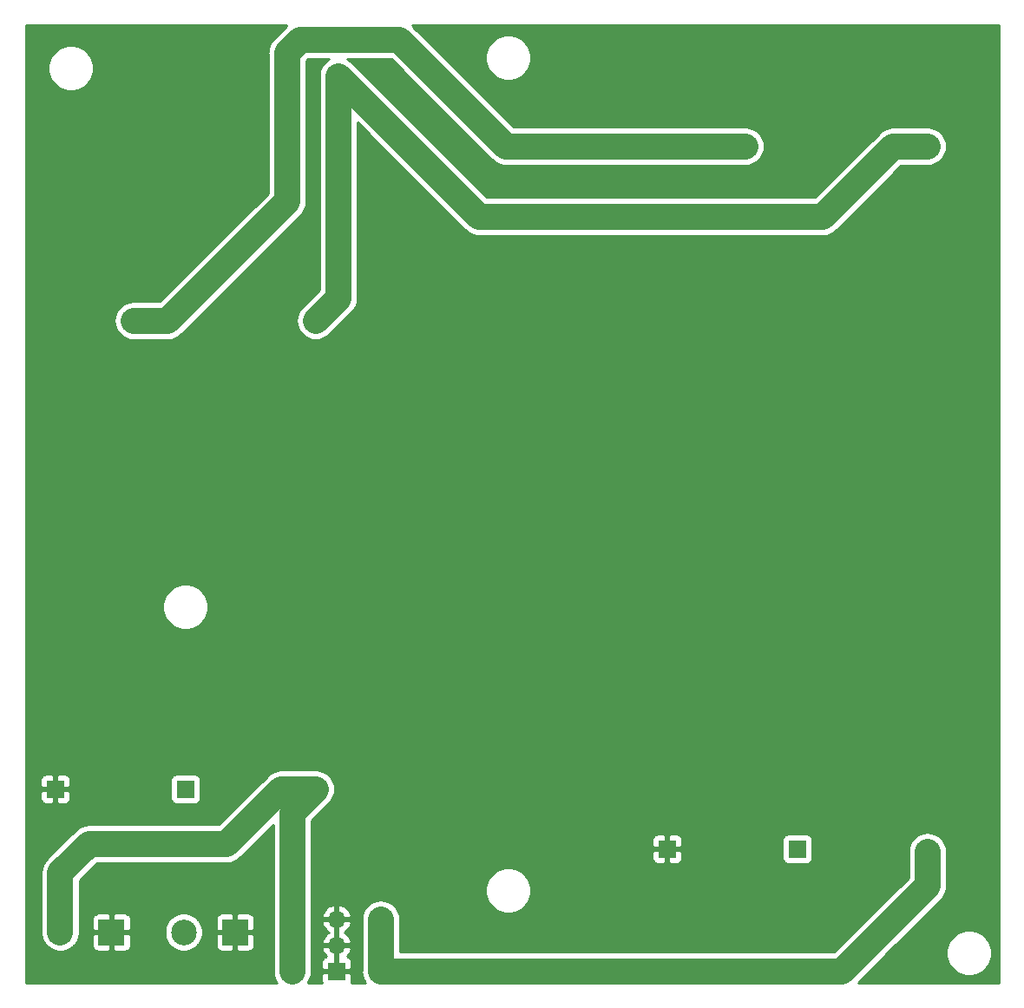
<source format=gbr>
G04 #@! TF.GenerationSoftware,KiCad,Pcbnew,(5.1.4)-1*
G04 #@! TF.CreationDate,2019-10-21T16:45:53-04:00*
G04 #@! TF.ProjectId,psu_board,7073755f-626f-4617-9264-2e6b69636164,rev?*
G04 #@! TF.SameCoordinates,Original*
G04 #@! TF.FileFunction,Copper,L1,Top*
G04 #@! TF.FilePolarity,Positive*
%FSLAX46Y46*%
G04 Gerber Fmt 4.6, Leading zero omitted, Abs format (unit mm)*
G04 Created by KiCad (PCBNEW (5.1.4)-1) date 2019-10-21 16:45:53*
%MOMM*%
%LPD*%
G04 APERTURE LIST*
%ADD10C,2.500000*%
%ADD11R,2.500000X2.500000*%
%ADD12O,1.700000X1.700000*%
%ADD13R,1.700000X1.700000*%
%ADD14C,2.500000*%
%ADD15C,0.254000*%
G04 APERTURE END LIST*
D10*
X157956000Y-152146000D03*
D11*
X162956000Y-152146000D03*
D10*
X170006000Y-152146000D03*
D11*
X175006000Y-152146000D03*
D12*
X180594000Y-155956000D03*
X180594000Y-153416000D03*
D13*
X180594000Y-150876000D03*
D12*
X189230000Y-155956000D03*
X189230000Y-153416000D03*
D13*
X189230000Y-150876000D03*
X229870000Y-144018000D03*
X170180000Y-138176000D03*
D10*
X185086000Y-68580000D03*
D11*
X180086000Y-68580000D03*
D13*
X242570000Y-75438000D03*
X224790000Y-75438000D03*
X182880000Y-92456000D03*
X165100000Y-92456000D03*
X217170000Y-144018000D03*
X242570000Y-144272000D03*
X157480000Y-138176000D03*
X182880000Y-138176000D03*
D12*
X184912000Y-150876000D03*
X184912000Y-153416000D03*
D13*
X184912000Y-155956000D03*
D14*
X180594000Y-140462000D02*
X182880000Y-138176000D01*
X180594000Y-155956000D02*
X180594000Y-140462000D01*
X157956000Y-146336000D02*
X157956000Y-152146000D01*
X160782000Y-143510000D02*
X157956000Y-146336000D01*
X174196000Y-143510000D02*
X160782000Y-143510000D01*
X182880000Y-138176000D02*
X179530000Y-138176000D01*
X179530000Y-138176000D02*
X174196000Y-143510000D01*
X190432081Y-155956000D02*
X189230000Y-155956000D01*
X234236000Y-155956000D02*
X190432081Y-155956000D01*
X242570000Y-147622000D02*
X234236000Y-155956000D01*
X242570000Y-144272000D02*
X242570000Y-147622000D01*
X189230000Y-155956000D02*
X189230000Y-150876000D01*
X168450000Y-92456000D02*
X165100000Y-92456000D01*
X180086000Y-80820000D02*
X168450000Y-92456000D01*
X180086000Y-68580000D02*
X180086000Y-80820000D01*
X224790000Y-75438000D02*
X201422000Y-75438000D01*
X201422000Y-75438000D02*
X191008000Y-65024000D01*
X191008000Y-65024000D02*
X181356000Y-65024000D01*
X181356000Y-65024000D02*
X180086000Y-66294000D01*
X180086000Y-66294000D02*
X180086000Y-68580000D01*
X185086000Y-68580000D02*
X198802000Y-82296000D01*
X239220000Y-75438000D02*
X242570000Y-75438000D01*
X232362000Y-82296000D02*
X239220000Y-75438000D01*
X198802000Y-82296000D02*
X232362000Y-82296000D01*
X185086000Y-90250000D02*
X182880000Y-92456000D01*
X185086000Y-68580000D02*
X185086000Y-90250000D01*
D15*
G36*
X180016655Y-63684655D02*
G01*
X179957630Y-63756577D01*
X178818582Y-64895626D01*
X178746655Y-64954655D01*
X178511097Y-65241683D01*
X178336061Y-65569153D01*
X178228275Y-65924477D01*
X178201000Y-66201404D01*
X178201000Y-66201411D01*
X178191881Y-66294000D01*
X178201000Y-66386590D01*
X178201000Y-67298804D01*
X178197928Y-67330000D01*
X178197928Y-69830000D01*
X178201000Y-69861193D01*
X178201001Y-80039206D01*
X167669208Y-90571000D01*
X165007403Y-90571000D01*
X164730476Y-90598275D01*
X164375152Y-90706061D01*
X164047683Y-90881097D01*
X163760655Y-91116655D01*
X163525097Y-91403683D01*
X163350061Y-91731152D01*
X163242275Y-92086476D01*
X163205880Y-92456000D01*
X163242275Y-92825524D01*
X163350061Y-93180848D01*
X163525097Y-93508317D01*
X163760655Y-93795345D01*
X164047683Y-94030903D01*
X164375152Y-94205939D01*
X164730476Y-94313725D01*
X165007403Y-94341000D01*
X168357411Y-94341000D01*
X168450000Y-94350119D01*
X168542589Y-94341000D01*
X168542597Y-94341000D01*
X168819524Y-94313725D01*
X169174848Y-94205939D01*
X169502317Y-94030903D01*
X169789345Y-93795345D01*
X169848374Y-93723418D01*
X181353423Y-82218370D01*
X181425345Y-82159345D01*
X181660903Y-81872317D01*
X181835939Y-81544848D01*
X181927296Y-81243683D01*
X181943725Y-81189525D01*
X181947197Y-81154268D01*
X181971000Y-80912597D01*
X181971000Y-80912590D01*
X181980119Y-80820001D01*
X181971000Y-80727412D01*
X181971000Y-69861192D01*
X181974072Y-69830000D01*
X181974072Y-67330000D01*
X181971000Y-67298808D01*
X181971000Y-67074792D01*
X182136793Y-66909000D01*
X184194407Y-66909000D01*
X184193118Y-66909534D01*
X184115739Y-66961237D01*
X184033683Y-67005097D01*
X183961761Y-67064122D01*
X183884382Y-67115825D01*
X183818577Y-67181630D01*
X183746655Y-67240655D01*
X183687630Y-67312577D01*
X183621825Y-67378382D01*
X183570122Y-67455761D01*
X183511097Y-67527683D01*
X183467238Y-67609738D01*
X183415534Y-67687118D01*
X183379919Y-67773100D01*
X183336061Y-67855153D01*
X183309054Y-67944184D01*
X183273439Y-68030166D01*
X183255283Y-68121444D01*
X183228275Y-68210477D01*
X183219155Y-68303070D01*
X183201000Y-68394344D01*
X183201000Y-68487411D01*
X183191881Y-68580000D01*
X183201000Y-68672589D01*
X183201001Y-89469206D01*
X181481628Y-91188580D01*
X181305098Y-91403683D01*
X181130062Y-91731152D01*
X181022275Y-92086476D01*
X180985881Y-92456000D01*
X181022275Y-92825524D01*
X181130062Y-93180848D01*
X181305098Y-93508317D01*
X181540655Y-93795345D01*
X181827683Y-94030902D01*
X182155152Y-94205938D01*
X182510476Y-94313725D01*
X182880000Y-94350119D01*
X183249524Y-94313725D01*
X183604848Y-94205938D01*
X183932317Y-94030902D01*
X184147420Y-93854372D01*
X186353423Y-91648370D01*
X186425345Y-91589345D01*
X186513837Y-91481518D01*
X186660902Y-91302318D01*
X186688062Y-91251506D01*
X186835939Y-90974848D01*
X186943725Y-90619524D01*
X186971000Y-90342597D01*
X186971000Y-90342588D01*
X186980119Y-90250001D01*
X186971000Y-90157414D01*
X186971000Y-73130792D01*
X197403630Y-83563423D01*
X197462655Y-83635345D01*
X197534577Y-83694370D01*
X197534579Y-83694372D01*
X197688049Y-83820321D01*
X197749683Y-83870903D01*
X198077152Y-84045939D01*
X198432476Y-84153725D01*
X198709403Y-84181000D01*
X198709412Y-84181000D01*
X198801999Y-84190119D01*
X198894586Y-84181000D01*
X232269411Y-84181000D01*
X232362000Y-84190119D01*
X232454589Y-84181000D01*
X232454597Y-84181000D01*
X232731524Y-84153725D01*
X233086848Y-84045939D01*
X233414317Y-83870903D01*
X233701345Y-83635345D01*
X233760374Y-83563418D01*
X240000793Y-77323000D01*
X242662597Y-77323000D01*
X242939524Y-77295725D01*
X243294848Y-77187939D01*
X243622317Y-77012903D01*
X243909345Y-76777345D01*
X244144903Y-76490317D01*
X244319939Y-76162848D01*
X244427725Y-75807524D01*
X244464120Y-75438000D01*
X244427725Y-75068476D01*
X244319939Y-74713152D01*
X244144903Y-74385683D01*
X243909345Y-74098655D01*
X243622317Y-73863097D01*
X243294848Y-73688061D01*
X242939524Y-73580275D01*
X242662597Y-73553000D01*
X239312597Y-73553000D01*
X239220000Y-73543880D01*
X239127403Y-73553000D01*
X238850476Y-73580275D01*
X238495152Y-73688061D01*
X238167683Y-73863097D01*
X237952579Y-74039628D01*
X237952577Y-74039630D01*
X237880655Y-74098655D01*
X237821630Y-74170577D01*
X231581208Y-80411000D01*
X199582793Y-80411000D01*
X186550177Y-67378385D01*
X186550175Y-67378382D01*
X186484370Y-67312577D01*
X186425345Y-67240655D01*
X186353423Y-67181630D01*
X186287618Y-67115825D01*
X186210239Y-67064122D01*
X186138317Y-67005097D01*
X186056262Y-66961238D01*
X185978882Y-66909534D01*
X185977593Y-66909000D01*
X190227208Y-66909000D01*
X200023628Y-76705421D01*
X200082655Y-76777345D01*
X200154577Y-76836370D01*
X200154579Y-76836372D01*
X200248940Y-76913812D01*
X200369683Y-77012903D01*
X200697152Y-77187939D01*
X200944689Y-77263028D01*
X201052475Y-77295725D01*
X201087732Y-77299197D01*
X201329403Y-77323000D01*
X201329410Y-77323000D01*
X201421999Y-77332119D01*
X201514588Y-77323000D01*
X224882597Y-77323000D01*
X225159524Y-77295725D01*
X225514848Y-77187939D01*
X225842317Y-77012903D01*
X226129345Y-76777345D01*
X226364903Y-76490317D01*
X226539939Y-76162848D01*
X226647725Y-75807524D01*
X226684120Y-75438000D01*
X226647725Y-75068476D01*
X226539939Y-74713152D01*
X226364903Y-74385683D01*
X226129345Y-74098655D01*
X225842317Y-73863097D01*
X225514848Y-73688061D01*
X225159524Y-73580275D01*
X224882597Y-73553000D01*
X202202793Y-73553000D01*
X195231665Y-66581872D01*
X199441000Y-66581872D01*
X199441000Y-67022128D01*
X199526890Y-67453925D01*
X199695369Y-67860669D01*
X199939962Y-68226729D01*
X200251271Y-68538038D01*
X200617331Y-68782631D01*
X201024075Y-68951110D01*
X201455872Y-69037000D01*
X201896128Y-69037000D01*
X202327925Y-68951110D01*
X202734669Y-68782631D01*
X203100729Y-68538038D01*
X203412038Y-68226729D01*
X203656631Y-67860669D01*
X203825110Y-67453925D01*
X203911000Y-67022128D01*
X203911000Y-66581872D01*
X203825110Y-66150075D01*
X203656631Y-65743331D01*
X203412038Y-65377271D01*
X203100729Y-65065962D01*
X202734669Y-64821369D01*
X202327925Y-64652890D01*
X201896128Y-64567000D01*
X201455872Y-64567000D01*
X201024075Y-64652890D01*
X200617331Y-64821369D01*
X200251271Y-65065962D01*
X199939962Y-65377271D01*
X199695369Y-65743331D01*
X199526890Y-66150075D01*
X199441000Y-66581872D01*
X195231665Y-66581872D01*
X192406374Y-63756582D01*
X192347345Y-63684655D01*
X192307555Y-63652000D01*
X249530001Y-63652000D01*
X249530000Y-67088418D01*
X249530001Y-67088428D01*
X249530000Y-157074000D01*
X235783792Y-157074000D01*
X238899920Y-153957872D01*
X244399000Y-153957872D01*
X244399000Y-154398128D01*
X244484890Y-154829925D01*
X244653369Y-155236669D01*
X244897962Y-155602729D01*
X245209271Y-155914038D01*
X245575331Y-156158631D01*
X245982075Y-156327110D01*
X246413872Y-156413000D01*
X246854128Y-156413000D01*
X247285925Y-156327110D01*
X247692669Y-156158631D01*
X248058729Y-155914038D01*
X248370038Y-155602729D01*
X248614631Y-155236669D01*
X248783110Y-154829925D01*
X248869000Y-154398128D01*
X248869000Y-153957872D01*
X248783110Y-153526075D01*
X248614631Y-153119331D01*
X248370038Y-152753271D01*
X248058729Y-152441962D01*
X247692669Y-152197369D01*
X247285925Y-152028890D01*
X246854128Y-151943000D01*
X246413872Y-151943000D01*
X245982075Y-152028890D01*
X245575331Y-152197369D01*
X245209271Y-152441962D01*
X244897962Y-152753271D01*
X244653369Y-153119331D01*
X244484890Y-153526075D01*
X244399000Y-153957872D01*
X238899920Y-153957872D01*
X243837423Y-149020370D01*
X243909345Y-148961345D01*
X244144903Y-148674317D01*
X244319939Y-148346848D01*
X244427725Y-147991524D01*
X244455000Y-147714597D01*
X244455000Y-147714589D01*
X244464119Y-147622000D01*
X244455000Y-147529411D01*
X244455000Y-144179403D01*
X244427725Y-143902476D01*
X244319939Y-143547152D01*
X244144903Y-143219683D01*
X243909345Y-142932655D01*
X243622317Y-142697097D01*
X243294847Y-142522061D01*
X242939523Y-142414275D01*
X242570000Y-142377880D01*
X242200476Y-142414275D01*
X241845152Y-142522061D01*
X241517683Y-142697097D01*
X241230655Y-142932655D01*
X240995097Y-143219683D01*
X240820061Y-143547153D01*
X240712275Y-143902477D01*
X240685000Y-144179404D01*
X240685001Y-146841206D01*
X233455208Y-154071000D01*
X191115000Y-154071000D01*
X191115000Y-150783403D01*
X191087725Y-150506476D01*
X190979939Y-150151152D01*
X190804903Y-149823683D01*
X190569345Y-149536655D01*
X190282317Y-149301097D01*
X189954848Y-149126061D01*
X189599524Y-149018275D01*
X189230000Y-148981880D01*
X188860477Y-149018275D01*
X188505153Y-149126061D01*
X188177684Y-149301097D01*
X187890656Y-149536655D01*
X187655098Y-149823683D01*
X187480062Y-150151152D01*
X187372276Y-150506476D01*
X187345001Y-150783403D01*
X187345000Y-155863403D01*
X187335880Y-155956000D01*
X187372275Y-156325524D01*
X187480061Y-156680848D01*
X187613493Y-156930482D01*
X187655097Y-157008317D01*
X187709002Y-157074000D01*
X186338770Y-157074000D01*
X186351502Y-157050180D01*
X186387812Y-156930482D01*
X186400072Y-156806000D01*
X186397000Y-156241750D01*
X186238250Y-156083000D01*
X185039000Y-156083000D01*
X185039000Y-156103000D01*
X184785000Y-156103000D01*
X184785000Y-156083000D01*
X183585750Y-156083000D01*
X183427000Y-156241750D01*
X183423928Y-156806000D01*
X183436188Y-156930482D01*
X183472498Y-157050180D01*
X183485230Y-157074000D01*
X182114998Y-157074000D01*
X182168903Y-157008317D01*
X182343939Y-156680848D01*
X182451725Y-156325524D01*
X182479000Y-156048597D01*
X182479000Y-155106000D01*
X183423928Y-155106000D01*
X183427000Y-155670250D01*
X183585750Y-155829000D01*
X184785000Y-155829000D01*
X184785000Y-153543000D01*
X185039000Y-153543000D01*
X185039000Y-155829000D01*
X186238250Y-155829000D01*
X186397000Y-155670250D01*
X186400072Y-155106000D01*
X186387812Y-154981518D01*
X186351502Y-154861820D01*
X186292537Y-154751506D01*
X186213185Y-154654815D01*
X186116494Y-154575463D01*
X186006180Y-154516498D01*
X185925534Y-154492034D01*
X186009588Y-154416269D01*
X186183641Y-154182920D01*
X186308825Y-153920099D01*
X186353476Y-153772890D01*
X186232155Y-153543000D01*
X185039000Y-153543000D01*
X184785000Y-153543000D01*
X183591845Y-153543000D01*
X183470524Y-153772890D01*
X183515175Y-153920099D01*
X183640359Y-154182920D01*
X183814412Y-154416269D01*
X183898466Y-154492034D01*
X183817820Y-154516498D01*
X183707506Y-154575463D01*
X183610815Y-154654815D01*
X183531463Y-154751506D01*
X183472498Y-154861820D01*
X183436188Y-154981518D01*
X183423928Y-155106000D01*
X182479000Y-155106000D01*
X182479000Y-151232890D01*
X183470524Y-151232890D01*
X183515175Y-151380099D01*
X183640359Y-151642920D01*
X183814412Y-151876269D01*
X184030645Y-152071178D01*
X184156255Y-152146000D01*
X184030645Y-152220822D01*
X183814412Y-152415731D01*
X183640359Y-152649080D01*
X183515175Y-152911901D01*
X183470524Y-153059110D01*
X183591845Y-153289000D01*
X184785000Y-153289000D01*
X184785000Y-151003000D01*
X185039000Y-151003000D01*
X185039000Y-153289000D01*
X186232155Y-153289000D01*
X186353476Y-153059110D01*
X186308825Y-152911901D01*
X186183641Y-152649080D01*
X186009588Y-152415731D01*
X185793355Y-152220822D01*
X185667745Y-152146000D01*
X185793355Y-152071178D01*
X186009588Y-151876269D01*
X186183641Y-151642920D01*
X186308825Y-151380099D01*
X186353476Y-151232890D01*
X186232155Y-151003000D01*
X185039000Y-151003000D01*
X184785000Y-151003000D01*
X183591845Y-151003000D01*
X183470524Y-151232890D01*
X182479000Y-151232890D01*
X182479000Y-150519110D01*
X183470524Y-150519110D01*
X183591845Y-150749000D01*
X184785000Y-150749000D01*
X184785000Y-149555186D01*
X185039000Y-149555186D01*
X185039000Y-150749000D01*
X186232155Y-150749000D01*
X186353476Y-150519110D01*
X186308825Y-150371901D01*
X186183641Y-150109080D01*
X186009588Y-149875731D01*
X185793355Y-149680822D01*
X185543252Y-149531843D01*
X185268891Y-149434519D01*
X185039000Y-149555186D01*
X184785000Y-149555186D01*
X184555109Y-149434519D01*
X184280748Y-149531843D01*
X184030645Y-149680822D01*
X183814412Y-149875731D01*
X183640359Y-150109080D01*
X183515175Y-150371901D01*
X183470524Y-150519110D01*
X182479000Y-150519110D01*
X182479000Y-147861872D01*
X199441000Y-147861872D01*
X199441000Y-148302128D01*
X199526890Y-148733925D01*
X199695369Y-149140669D01*
X199939962Y-149506729D01*
X200251271Y-149818038D01*
X200617331Y-150062631D01*
X201024075Y-150231110D01*
X201455872Y-150317000D01*
X201896128Y-150317000D01*
X202327925Y-150231110D01*
X202734669Y-150062631D01*
X203100729Y-149818038D01*
X203412038Y-149506729D01*
X203656631Y-149140669D01*
X203825110Y-148733925D01*
X203911000Y-148302128D01*
X203911000Y-147861872D01*
X203825110Y-147430075D01*
X203656631Y-147023331D01*
X203412038Y-146657271D01*
X203100729Y-146345962D01*
X202734669Y-146101369D01*
X202327925Y-145932890D01*
X201896128Y-145847000D01*
X201455872Y-145847000D01*
X201024075Y-145932890D01*
X200617331Y-146101369D01*
X200251271Y-146345962D01*
X199939962Y-146657271D01*
X199695369Y-147023331D01*
X199526890Y-147430075D01*
X199441000Y-147861872D01*
X182479000Y-147861872D01*
X182479000Y-144868000D01*
X215681928Y-144868000D01*
X215694188Y-144992482D01*
X215730498Y-145112180D01*
X215789463Y-145222494D01*
X215868815Y-145319185D01*
X215965506Y-145398537D01*
X216075820Y-145457502D01*
X216195518Y-145493812D01*
X216320000Y-145506072D01*
X216884250Y-145503000D01*
X217043000Y-145344250D01*
X217043000Y-144145000D01*
X217297000Y-144145000D01*
X217297000Y-145344250D01*
X217455750Y-145503000D01*
X218020000Y-145506072D01*
X218144482Y-145493812D01*
X218264180Y-145457502D01*
X218374494Y-145398537D01*
X218471185Y-145319185D01*
X218550537Y-145222494D01*
X218609502Y-145112180D01*
X218645812Y-144992482D01*
X218658072Y-144868000D01*
X218655000Y-144303750D01*
X218496250Y-144145000D01*
X217297000Y-144145000D01*
X217043000Y-144145000D01*
X215843750Y-144145000D01*
X215685000Y-144303750D01*
X215681928Y-144868000D01*
X182479000Y-144868000D01*
X182479000Y-143168000D01*
X215681928Y-143168000D01*
X215685000Y-143732250D01*
X215843750Y-143891000D01*
X217043000Y-143891000D01*
X217043000Y-142691750D01*
X217297000Y-142691750D01*
X217297000Y-143891000D01*
X218496250Y-143891000D01*
X218655000Y-143732250D01*
X218658072Y-143168000D01*
X228381928Y-143168000D01*
X228381928Y-144868000D01*
X228394188Y-144992482D01*
X228430498Y-145112180D01*
X228489463Y-145222494D01*
X228568815Y-145319185D01*
X228665506Y-145398537D01*
X228775820Y-145457502D01*
X228895518Y-145493812D01*
X229020000Y-145506072D01*
X230720000Y-145506072D01*
X230844482Y-145493812D01*
X230964180Y-145457502D01*
X231074494Y-145398537D01*
X231171185Y-145319185D01*
X231250537Y-145222494D01*
X231309502Y-145112180D01*
X231345812Y-144992482D01*
X231358072Y-144868000D01*
X231358072Y-143168000D01*
X231345812Y-143043518D01*
X231309502Y-142923820D01*
X231250537Y-142813506D01*
X231171185Y-142716815D01*
X231074494Y-142637463D01*
X230964180Y-142578498D01*
X230844482Y-142542188D01*
X230720000Y-142529928D01*
X229020000Y-142529928D01*
X228895518Y-142542188D01*
X228775820Y-142578498D01*
X228665506Y-142637463D01*
X228568815Y-142716815D01*
X228489463Y-142813506D01*
X228430498Y-142923820D01*
X228394188Y-143043518D01*
X228381928Y-143168000D01*
X218658072Y-143168000D01*
X218645812Y-143043518D01*
X218609502Y-142923820D01*
X218550537Y-142813506D01*
X218471185Y-142716815D01*
X218374494Y-142637463D01*
X218264180Y-142578498D01*
X218144482Y-142542188D01*
X218020000Y-142529928D01*
X217455750Y-142533000D01*
X217297000Y-142691750D01*
X217043000Y-142691750D01*
X216884250Y-142533000D01*
X216320000Y-142529928D01*
X216195518Y-142542188D01*
X216075820Y-142578498D01*
X215965506Y-142637463D01*
X215868815Y-142716815D01*
X215789463Y-142813506D01*
X215730498Y-142923820D01*
X215694188Y-143043518D01*
X215681928Y-143168000D01*
X182479000Y-143168000D01*
X182479000Y-141242792D01*
X184147423Y-139574370D01*
X184219345Y-139515345D01*
X184330015Y-139380494D01*
X184454902Y-139228318D01*
X184454903Y-139228317D01*
X184629939Y-138900848D01*
X184737725Y-138545524D01*
X184774120Y-138176000D01*
X184737725Y-137806476D01*
X184629939Y-137451152D01*
X184454903Y-137123683D01*
X184219345Y-136836655D01*
X183932317Y-136601097D01*
X183604848Y-136426061D01*
X183249524Y-136318275D01*
X182972597Y-136291000D01*
X182972586Y-136291000D01*
X182879999Y-136281881D01*
X182787412Y-136291000D01*
X179622586Y-136291000D01*
X179529999Y-136281881D01*
X179437412Y-136291000D01*
X179437403Y-136291000D01*
X179160476Y-136318275D01*
X178805152Y-136426061D01*
X178477683Y-136601097D01*
X178477681Y-136601098D01*
X178477682Y-136601098D01*
X178262579Y-136777628D01*
X178262577Y-136777630D01*
X178190655Y-136836655D01*
X178131630Y-136908577D01*
X173415208Y-141625000D01*
X160874597Y-141625000D01*
X160782000Y-141615880D01*
X160412476Y-141652275D01*
X160057151Y-141760061D01*
X159729683Y-141935097D01*
X159442655Y-142170655D01*
X159383628Y-142242580D01*
X156688582Y-144937626D01*
X156616655Y-144996655D01*
X156381097Y-145283683D01*
X156206061Y-145611153D01*
X156098275Y-145966477D01*
X156071000Y-146243404D01*
X156071000Y-146243411D01*
X156061881Y-146336000D01*
X156071000Y-146428589D01*
X156071001Y-151960339D01*
X156071000Y-151960344D01*
X156071000Y-152331656D01*
X156089157Y-152422939D01*
X156098276Y-152515524D01*
X156125282Y-152604550D01*
X156143439Y-152695834D01*
X156179056Y-152781822D01*
X156206062Y-152870848D01*
X156249917Y-152952895D01*
X156285534Y-153038882D01*
X156337242Y-153116269D01*
X156381098Y-153198317D01*
X156440118Y-153270233D01*
X156491825Y-153347618D01*
X156557636Y-153413429D01*
X156616656Y-153485345D01*
X156688572Y-153544365D01*
X156754382Y-153610175D01*
X156831766Y-153661881D01*
X156903684Y-153720903D01*
X156985735Y-153764760D01*
X157063118Y-153816466D01*
X157149101Y-153852081D01*
X157231153Y-153895939D01*
X157320184Y-153922946D01*
X157406166Y-153958561D01*
X157497444Y-153976717D01*
X157586477Y-154003725D01*
X157679071Y-154012845D01*
X157770344Y-154031000D01*
X157863403Y-154031000D01*
X157956000Y-154040120D01*
X158048597Y-154031000D01*
X158141656Y-154031000D01*
X158232929Y-154012845D01*
X158325524Y-154003725D01*
X158414559Y-153976717D01*
X158505834Y-153958561D01*
X158591813Y-153922947D01*
X158680848Y-153895939D01*
X158762903Y-153852080D01*
X158848882Y-153816466D01*
X158926261Y-153764763D01*
X159008317Y-153720903D01*
X159080239Y-153661878D01*
X159157618Y-153610175D01*
X159223423Y-153544370D01*
X159295345Y-153485345D01*
X159354370Y-153413423D01*
X159371793Y-153396000D01*
X161067928Y-153396000D01*
X161080188Y-153520482D01*
X161116498Y-153640180D01*
X161175463Y-153750494D01*
X161254815Y-153847185D01*
X161351506Y-153926537D01*
X161461820Y-153985502D01*
X161581518Y-154021812D01*
X161706000Y-154034072D01*
X162670250Y-154031000D01*
X162829000Y-153872250D01*
X162829000Y-152273000D01*
X163083000Y-152273000D01*
X163083000Y-153872250D01*
X163241750Y-154031000D01*
X164206000Y-154034072D01*
X164330482Y-154021812D01*
X164450180Y-153985502D01*
X164560494Y-153926537D01*
X164657185Y-153847185D01*
X164736537Y-153750494D01*
X164795502Y-153640180D01*
X164831812Y-153520482D01*
X164844072Y-153396000D01*
X164841000Y-152431750D01*
X164682250Y-152273000D01*
X163083000Y-152273000D01*
X162829000Y-152273000D01*
X161229750Y-152273000D01*
X161071000Y-152431750D01*
X161067928Y-153396000D01*
X159371793Y-153396000D01*
X159420175Y-153347618D01*
X159471878Y-153270239D01*
X159530903Y-153198317D01*
X159574763Y-153116261D01*
X159626466Y-153038882D01*
X159662080Y-152952903D01*
X159705939Y-152870848D01*
X159732947Y-152781813D01*
X159768561Y-152695834D01*
X159786717Y-152604559D01*
X159813725Y-152515524D01*
X159822845Y-152422929D01*
X159841000Y-152331656D01*
X159841000Y-150896000D01*
X161067928Y-150896000D01*
X161071000Y-151860250D01*
X161229750Y-152019000D01*
X162829000Y-152019000D01*
X162829000Y-150419750D01*
X163083000Y-150419750D01*
X163083000Y-152019000D01*
X164682250Y-152019000D01*
X164740906Y-151960344D01*
X168121000Y-151960344D01*
X168121000Y-152331656D01*
X168193439Y-152695834D01*
X168335534Y-153038882D01*
X168541825Y-153347618D01*
X168804382Y-153610175D01*
X169113118Y-153816466D01*
X169456166Y-153958561D01*
X169820344Y-154031000D01*
X170191656Y-154031000D01*
X170555834Y-153958561D01*
X170898882Y-153816466D01*
X171207618Y-153610175D01*
X171421793Y-153396000D01*
X173117928Y-153396000D01*
X173130188Y-153520482D01*
X173166498Y-153640180D01*
X173225463Y-153750494D01*
X173304815Y-153847185D01*
X173401506Y-153926537D01*
X173511820Y-153985502D01*
X173631518Y-154021812D01*
X173756000Y-154034072D01*
X174720250Y-154031000D01*
X174879000Y-153872250D01*
X174879000Y-152273000D01*
X175133000Y-152273000D01*
X175133000Y-153872250D01*
X175291750Y-154031000D01*
X176256000Y-154034072D01*
X176380482Y-154021812D01*
X176500180Y-153985502D01*
X176610494Y-153926537D01*
X176707185Y-153847185D01*
X176786537Y-153750494D01*
X176845502Y-153640180D01*
X176881812Y-153520482D01*
X176894072Y-153396000D01*
X176891000Y-152431750D01*
X176732250Y-152273000D01*
X175133000Y-152273000D01*
X174879000Y-152273000D01*
X173279750Y-152273000D01*
X173121000Y-152431750D01*
X173117928Y-153396000D01*
X171421793Y-153396000D01*
X171470175Y-153347618D01*
X171676466Y-153038882D01*
X171818561Y-152695834D01*
X171891000Y-152331656D01*
X171891000Y-151960344D01*
X171818561Y-151596166D01*
X171676466Y-151253118D01*
X171470175Y-150944382D01*
X171421793Y-150896000D01*
X173117928Y-150896000D01*
X173121000Y-151860250D01*
X173279750Y-152019000D01*
X174879000Y-152019000D01*
X174879000Y-150419750D01*
X175133000Y-150419750D01*
X175133000Y-152019000D01*
X176732250Y-152019000D01*
X176891000Y-151860250D01*
X176894072Y-150896000D01*
X176881812Y-150771518D01*
X176845502Y-150651820D01*
X176786537Y-150541506D01*
X176707185Y-150444815D01*
X176610494Y-150365463D01*
X176500180Y-150306498D01*
X176380482Y-150270188D01*
X176256000Y-150257928D01*
X175291750Y-150261000D01*
X175133000Y-150419750D01*
X174879000Y-150419750D01*
X174720250Y-150261000D01*
X173756000Y-150257928D01*
X173631518Y-150270188D01*
X173511820Y-150306498D01*
X173401506Y-150365463D01*
X173304815Y-150444815D01*
X173225463Y-150541506D01*
X173166498Y-150651820D01*
X173130188Y-150771518D01*
X173117928Y-150896000D01*
X171421793Y-150896000D01*
X171207618Y-150681825D01*
X170898882Y-150475534D01*
X170555834Y-150333439D01*
X170191656Y-150261000D01*
X169820344Y-150261000D01*
X169456166Y-150333439D01*
X169113118Y-150475534D01*
X168804382Y-150681825D01*
X168541825Y-150944382D01*
X168335534Y-151253118D01*
X168193439Y-151596166D01*
X168121000Y-151960344D01*
X164740906Y-151960344D01*
X164841000Y-151860250D01*
X164844072Y-150896000D01*
X164831812Y-150771518D01*
X164795502Y-150651820D01*
X164736537Y-150541506D01*
X164657185Y-150444815D01*
X164560494Y-150365463D01*
X164450180Y-150306498D01*
X164330482Y-150270188D01*
X164206000Y-150257928D01*
X163241750Y-150261000D01*
X163083000Y-150419750D01*
X162829000Y-150419750D01*
X162670250Y-150261000D01*
X161706000Y-150257928D01*
X161581518Y-150270188D01*
X161461820Y-150306498D01*
X161351506Y-150365463D01*
X161254815Y-150444815D01*
X161175463Y-150541506D01*
X161116498Y-150651820D01*
X161080188Y-150771518D01*
X161067928Y-150896000D01*
X159841000Y-150896000D01*
X159841000Y-147116792D01*
X161562792Y-145395000D01*
X174103411Y-145395000D01*
X174196000Y-145404119D01*
X174288589Y-145395000D01*
X174288597Y-145395000D01*
X174565524Y-145367725D01*
X174920848Y-145259939D01*
X175248317Y-145084903D01*
X175535345Y-144849345D01*
X175594374Y-144777418D01*
X178709001Y-141662792D01*
X178709000Y-156048596D01*
X178736275Y-156325523D01*
X178844061Y-156680847D01*
X179019097Y-157008317D01*
X179073002Y-157074000D01*
X154584000Y-157074000D01*
X154584000Y-139026000D01*
X155991928Y-139026000D01*
X156004188Y-139150482D01*
X156040498Y-139270180D01*
X156099463Y-139380494D01*
X156178815Y-139477185D01*
X156275506Y-139556537D01*
X156385820Y-139615502D01*
X156505518Y-139651812D01*
X156630000Y-139664072D01*
X157194250Y-139661000D01*
X157353000Y-139502250D01*
X157353000Y-138303000D01*
X157607000Y-138303000D01*
X157607000Y-139502250D01*
X157765750Y-139661000D01*
X158330000Y-139664072D01*
X158454482Y-139651812D01*
X158574180Y-139615502D01*
X158684494Y-139556537D01*
X158781185Y-139477185D01*
X158860537Y-139380494D01*
X158919502Y-139270180D01*
X158955812Y-139150482D01*
X158968072Y-139026000D01*
X158965000Y-138461750D01*
X158806250Y-138303000D01*
X157607000Y-138303000D01*
X157353000Y-138303000D01*
X156153750Y-138303000D01*
X155995000Y-138461750D01*
X155991928Y-139026000D01*
X154584000Y-139026000D01*
X154584000Y-137326000D01*
X155991928Y-137326000D01*
X155995000Y-137890250D01*
X156153750Y-138049000D01*
X157353000Y-138049000D01*
X157353000Y-136849750D01*
X157607000Y-136849750D01*
X157607000Y-138049000D01*
X158806250Y-138049000D01*
X158965000Y-137890250D01*
X158968072Y-137326000D01*
X168691928Y-137326000D01*
X168691928Y-139026000D01*
X168704188Y-139150482D01*
X168740498Y-139270180D01*
X168799463Y-139380494D01*
X168878815Y-139477185D01*
X168975506Y-139556537D01*
X169085820Y-139615502D01*
X169205518Y-139651812D01*
X169330000Y-139664072D01*
X171030000Y-139664072D01*
X171154482Y-139651812D01*
X171274180Y-139615502D01*
X171384494Y-139556537D01*
X171481185Y-139477185D01*
X171560537Y-139380494D01*
X171619502Y-139270180D01*
X171655812Y-139150482D01*
X171668072Y-139026000D01*
X171668072Y-137326000D01*
X171655812Y-137201518D01*
X171619502Y-137081820D01*
X171560537Y-136971506D01*
X171481185Y-136874815D01*
X171384494Y-136795463D01*
X171274180Y-136736498D01*
X171154482Y-136700188D01*
X171030000Y-136687928D01*
X169330000Y-136687928D01*
X169205518Y-136700188D01*
X169085820Y-136736498D01*
X168975506Y-136795463D01*
X168878815Y-136874815D01*
X168799463Y-136971506D01*
X168740498Y-137081820D01*
X168704188Y-137201518D01*
X168691928Y-137326000D01*
X158968072Y-137326000D01*
X158955812Y-137201518D01*
X158919502Y-137081820D01*
X158860537Y-136971506D01*
X158781185Y-136874815D01*
X158684494Y-136795463D01*
X158574180Y-136736498D01*
X158454482Y-136700188D01*
X158330000Y-136687928D01*
X157765750Y-136691000D01*
X157607000Y-136849750D01*
X157353000Y-136849750D01*
X157194250Y-136691000D01*
X156630000Y-136687928D01*
X156505518Y-136700188D01*
X156385820Y-136736498D01*
X156275506Y-136795463D01*
X156178815Y-136874815D01*
X156099463Y-136971506D01*
X156040498Y-137081820D01*
X156004188Y-137201518D01*
X155991928Y-137326000D01*
X154584000Y-137326000D01*
X154584000Y-120175872D01*
X167945000Y-120175872D01*
X167945000Y-120616128D01*
X168030890Y-121047925D01*
X168199369Y-121454669D01*
X168443962Y-121820729D01*
X168755271Y-122132038D01*
X169121331Y-122376631D01*
X169528075Y-122545110D01*
X169959872Y-122631000D01*
X170400128Y-122631000D01*
X170831925Y-122545110D01*
X171238669Y-122376631D01*
X171604729Y-122132038D01*
X171916038Y-121820729D01*
X172160631Y-121454669D01*
X172329110Y-121047925D01*
X172415000Y-120616128D01*
X172415000Y-120175872D01*
X172329110Y-119744075D01*
X172160631Y-119337331D01*
X171916038Y-118971271D01*
X171604729Y-118659962D01*
X171238669Y-118415369D01*
X170831925Y-118246890D01*
X170400128Y-118161000D01*
X169959872Y-118161000D01*
X169528075Y-118246890D01*
X169121331Y-118415369D01*
X168755271Y-118659962D01*
X168443962Y-118971271D01*
X168199369Y-119337331D01*
X168030890Y-119744075D01*
X167945000Y-120175872D01*
X154584000Y-120175872D01*
X154584000Y-67597872D01*
X156769000Y-67597872D01*
X156769000Y-68038128D01*
X156854890Y-68469925D01*
X157023369Y-68876669D01*
X157267962Y-69242729D01*
X157579271Y-69554038D01*
X157945331Y-69798631D01*
X158352075Y-69967110D01*
X158783872Y-70053000D01*
X159224128Y-70053000D01*
X159655925Y-69967110D01*
X160062669Y-69798631D01*
X160428729Y-69554038D01*
X160740038Y-69242729D01*
X160984631Y-68876669D01*
X161153110Y-68469925D01*
X161239000Y-68038128D01*
X161239000Y-67597872D01*
X161153110Y-67166075D01*
X160984631Y-66759331D01*
X160740038Y-66393271D01*
X160428729Y-66081962D01*
X160062669Y-65837369D01*
X159655925Y-65668890D01*
X159224128Y-65583000D01*
X158783872Y-65583000D01*
X158352075Y-65668890D01*
X157945331Y-65837369D01*
X157579271Y-66081962D01*
X157267962Y-66393271D01*
X157023369Y-66759331D01*
X156854890Y-67166075D01*
X156769000Y-67597872D01*
X154584000Y-67597872D01*
X154584000Y-63652000D01*
X180056445Y-63652000D01*
X180016655Y-63684655D01*
X180016655Y-63684655D01*
G37*
X180016655Y-63684655D02*
X179957630Y-63756577D01*
X178818582Y-64895626D01*
X178746655Y-64954655D01*
X178511097Y-65241683D01*
X178336061Y-65569153D01*
X178228275Y-65924477D01*
X178201000Y-66201404D01*
X178201000Y-66201411D01*
X178191881Y-66294000D01*
X178201000Y-66386590D01*
X178201000Y-67298804D01*
X178197928Y-67330000D01*
X178197928Y-69830000D01*
X178201000Y-69861193D01*
X178201001Y-80039206D01*
X167669208Y-90571000D01*
X165007403Y-90571000D01*
X164730476Y-90598275D01*
X164375152Y-90706061D01*
X164047683Y-90881097D01*
X163760655Y-91116655D01*
X163525097Y-91403683D01*
X163350061Y-91731152D01*
X163242275Y-92086476D01*
X163205880Y-92456000D01*
X163242275Y-92825524D01*
X163350061Y-93180848D01*
X163525097Y-93508317D01*
X163760655Y-93795345D01*
X164047683Y-94030903D01*
X164375152Y-94205939D01*
X164730476Y-94313725D01*
X165007403Y-94341000D01*
X168357411Y-94341000D01*
X168450000Y-94350119D01*
X168542589Y-94341000D01*
X168542597Y-94341000D01*
X168819524Y-94313725D01*
X169174848Y-94205939D01*
X169502317Y-94030903D01*
X169789345Y-93795345D01*
X169848374Y-93723418D01*
X181353423Y-82218370D01*
X181425345Y-82159345D01*
X181660903Y-81872317D01*
X181835939Y-81544848D01*
X181927296Y-81243683D01*
X181943725Y-81189525D01*
X181947197Y-81154268D01*
X181971000Y-80912597D01*
X181971000Y-80912590D01*
X181980119Y-80820001D01*
X181971000Y-80727412D01*
X181971000Y-69861192D01*
X181974072Y-69830000D01*
X181974072Y-67330000D01*
X181971000Y-67298808D01*
X181971000Y-67074792D01*
X182136793Y-66909000D01*
X184194407Y-66909000D01*
X184193118Y-66909534D01*
X184115739Y-66961237D01*
X184033683Y-67005097D01*
X183961761Y-67064122D01*
X183884382Y-67115825D01*
X183818577Y-67181630D01*
X183746655Y-67240655D01*
X183687630Y-67312577D01*
X183621825Y-67378382D01*
X183570122Y-67455761D01*
X183511097Y-67527683D01*
X183467238Y-67609738D01*
X183415534Y-67687118D01*
X183379919Y-67773100D01*
X183336061Y-67855153D01*
X183309054Y-67944184D01*
X183273439Y-68030166D01*
X183255283Y-68121444D01*
X183228275Y-68210477D01*
X183219155Y-68303070D01*
X183201000Y-68394344D01*
X183201000Y-68487411D01*
X183191881Y-68580000D01*
X183201000Y-68672589D01*
X183201001Y-89469206D01*
X181481628Y-91188580D01*
X181305098Y-91403683D01*
X181130062Y-91731152D01*
X181022275Y-92086476D01*
X180985881Y-92456000D01*
X181022275Y-92825524D01*
X181130062Y-93180848D01*
X181305098Y-93508317D01*
X181540655Y-93795345D01*
X181827683Y-94030902D01*
X182155152Y-94205938D01*
X182510476Y-94313725D01*
X182880000Y-94350119D01*
X183249524Y-94313725D01*
X183604848Y-94205938D01*
X183932317Y-94030902D01*
X184147420Y-93854372D01*
X186353423Y-91648370D01*
X186425345Y-91589345D01*
X186513837Y-91481518D01*
X186660902Y-91302318D01*
X186688062Y-91251506D01*
X186835939Y-90974848D01*
X186943725Y-90619524D01*
X186971000Y-90342597D01*
X186971000Y-90342588D01*
X186980119Y-90250001D01*
X186971000Y-90157414D01*
X186971000Y-73130792D01*
X197403630Y-83563423D01*
X197462655Y-83635345D01*
X197534577Y-83694370D01*
X197534579Y-83694372D01*
X197688049Y-83820321D01*
X197749683Y-83870903D01*
X198077152Y-84045939D01*
X198432476Y-84153725D01*
X198709403Y-84181000D01*
X198709412Y-84181000D01*
X198801999Y-84190119D01*
X198894586Y-84181000D01*
X232269411Y-84181000D01*
X232362000Y-84190119D01*
X232454589Y-84181000D01*
X232454597Y-84181000D01*
X232731524Y-84153725D01*
X233086848Y-84045939D01*
X233414317Y-83870903D01*
X233701345Y-83635345D01*
X233760374Y-83563418D01*
X240000793Y-77323000D01*
X242662597Y-77323000D01*
X242939524Y-77295725D01*
X243294848Y-77187939D01*
X243622317Y-77012903D01*
X243909345Y-76777345D01*
X244144903Y-76490317D01*
X244319939Y-76162848D01*
X244427725Y-75807524D01*
X244464120Y-75438000D01*
X244427725Y-75068476D01*
X244319939Y-74713152D01*
X244144903Y-74385683D01*
X243909345Y-74098655D01*
X243622317Y-73863097D01*
X243294848Y-73688061D01*
X242939524Y-73580275D01*
X242662597Y-73553000D01*
X239312597Y-73553000D01*
X239220000Y-73543880D01*
X239127403Y-73553000D01*
X238850476Y-73580275D01*
X238495152Y-73688061D01*
X238167683Y-73863097D01*
X237952579Y-74039628D01*
X237952577Y-74039630D01*
X237880655Y-74098655D01*
X237821630Y-74170577D01*
X231581208Y-80411000D01*
X199582793Y-80411000D01*
X186550177Y-67378385D01*
X186550175Y-67378382D01*
X186484370Y-67312577D01*
X186425345Y-67240655D01*
X186353423Y-67181630D01*
X186287618Y-67115825D01*
X186210239Y-67064122D01*
X186138317Y-67005097D01*
X186056262Y-66961238D01*
X185978882Y-66909534D01*
X185977593Y-66909000D01*
X190227208Y-66909000D01*
X200023628Y-76705421D01*
X200082655Y-76777345D01*
X200154577Y-76836370D01*
X200154579Y-76836372D01*
X200248940Y-76913812D01*
X200369683Y-77012903D01*
X200697152Y-77187939D01*
X200944689Y-77263028D01*
X201052475Y-77295725D01*
X201087732Y-77299197D01*
X201329403Y-77323000D01*
X201329410Y-77323000D01*
X201421999Y-77332119D01*
X201514588Y-77323000D01*
X224882597Y-77323000D01*
X225159524Y-77295725D01*
X225514848Y-77187939D01*
X225842317Y-77012903D01*
X226129345Y-76777345D01*
X226364903Y-76490317D01*
X226539939Y-76162848D01*
X226647725Y-75807524D01*
X226684120Y-75438000D01*
X226647725Y-75068476D01*
X226539939Y-74713152D01*
X226364903Y-74385683D01*
X226129345Y-74098655D01*
X225842317Y-73863097D01*
X225514848Y-73688061D01*
X225159524Y-73580275D01*
X224882597Y-73553000D01*
X202202793Y-73553000D01*
X195231665Y-66581872D01*
X199441000Y-66581872D01*
X199441000Y-67022128D01*
X199526890Y-67453925D01*
X199695369Y-67860669D01*
X199939962Y-68226729D01*
X200251271Y-68538038D01*
X200617331Y-68782631D01*
X201024075Y-68951110D01*
X201455872Y-69037000D01*
X201896128Y-69037000D01*
X202327925Y-68951110D01*
X202734669Y-68782631D01*
X203100729Y-68538038D01*
X203412038Y-68226729D01*
X203656631Y-67860669D01*
X203825110Y-67453925D01*
X203911000Y-67022128D01*
X203911000Y-66581872D01*
X203825110Y-66150075D01*
X203656631Y-65743331D01*
X203412038Y-65377271D01*
X203100729Y-65065962D01*
X202734669Y-64821369D01*
X202327925Y-64652890D01*
X201896128Y-64567000D01*
X201455872Y-64567000D01*
X201024075Y-64652890D01*
X200617331Y-64821369D01*
X200251271Y-65065962D01*
X199939962Y-65377271D01*
X199695369Y-65743331D01*
X199526890Y-66150075D01*
X199441000Y-66581872D01*
X195231665Y-66581872D01*
X192406374Y-63756582D01*
X192347345Y-63684655D01*
X192307555Y-63652000D01*
X249530001Y-63652000D01*
X249530000Y-67088418D01*
X249530001Y-67088428D01*
X249530000Y-157074000D01*
X235783792Y-157074000D01*
X238899920Y-153957872D01*
X244399000Y-153957872D01*
X244399000Y-154398128D01*
X244484890Y-154829925D01*
X244653369Y-155236669D01*
X244897962Y-155602729D01*
X245209271Y-155914038D01*
X245575331Y-156158631D01*
X245982075Y-156327110D01*
X246413872Y-156413000D01*
X246854128Y-156413000D01*
X247285925Y-156327110D01*
X247692669Y-156158631D01*
X248058729Y-155914038D01*
X248370038Y-155602729D01*
X248614631Y-155236669D01*
X248783110Y-154829925D01*
X248869000Y-154398128D01*
X248869000Y-153957872D01*
X248783110Y-153526075D01*
X248614631Y-153119331D01*
X248370038Y-152753271D01*
X248058729Y-152441962D01*
X247692669Y-152197369D01*
X247285925Y-152028890D01*
X246854128Y-151943000D01*
X246413872Y-151943000D01*
X245982075Y-152028890D01*
X245575331Y-152197369D01*
X245209271Y-152441962D01*
X244897962Y-152753271D01*
X244653369Y-153119331D01*
X244484890Y-153526075D01*
X244399000Y-153957872D01*
X238899920Y-153957872D01*
X243837423Y-149020370D01*
X243909345Y-148961345D01*
X244144903Y-148674317D01*
X244319939Y-148346848D01*
X244427725Y-147991524D01*
X244455000Y-147714597D01*
X244455000Y-147714589D01*
X244464119Y-147622000D01*
X244455000Y-147529411D01*
X244455000Y-144179403D01*
X244427725Y-143902476D01*
X244319939Y-143547152D01*
X244144903Y-143219683D01*
X243909345Y-142932655D01*
X243622317Y-142697097D01*
X243294847Y-142522061D01*
X242939523Y-142414275D01*
X242570000Y-142377880D01*
X242200476Y-142414275D01*
X241845152Y-142522061D01*
X241517683Y-142697097D01*
X241230655Y-142932655D01*
X240995097Y-143219683D01*
X240820061Y-143547153D01*
X240712275Y-143902477D01*
X240685000Y-144179404D01*
X240685001Y-146841206D01*
X233455208Y-154071000D01*
X191115000Y-154071000D01*
X191115000Y-150783403D01*
X191087725Y-150506476D01*
X190979939Y-150151152D01*
X190804903Y-149823683D01*
X190569345Y-149536655D01*
X190282317Y-149301097D01*
X189954848Y-149126061D01*
X189599524Y-149018275D01*
X189230000Y-148981880D01*
X188860477Y-149018275D01*
X188505153Y-149126061D01*
X188177684Y-149301097D01*
X187890656Y-149536655D01*
X187655098Y-149823683D01*
X187480062Y-150151152D01*
X187372276Y-150506476D01*
X187345001Y-150783403D01*
X187345000Y-155863403D01*
X187335880Y-155956000D01*
X187372275Y-156325524D01*
X187480061Y-156680848D01*
X187613493Y-156930482D01*
X187655097Y-157008317D01*
X187709002Y-157074000D01*
X186338770Y-157074000D01*
X186351502Y-157050180D01*
X186387812Y-156930482D01*
X186400072Y-156806000D01*
X186397000Y-156241750D01*
X186238250Y-156083000D01*
X185039000Y-156083000D01*
X185039000Y-156103000D01*
X184785000Y-156103000D01*
X184785000Y-156083000D01*
X183585750Y-156083000D01*
X183427000Y-156241750D01*
X183423928Y-156806000D01*
X183436188Y-156930482D01*
X183472498Y-157050180D01*
X183485230Y-157074000D01*
X182114998Y-157074000D01*
X182168903Y-157008317D01*
X182343939Y-156680848D01*
X182451725Y-156325524D01*
X182479000Y-156048597D01*
X182479000Y-155106000D01*
X183423928Y-155106000D01*
X183427000Y-155670250D01*
X183585750Y-155829000D01*
X184785000Y-155829000D01*
X184785000Y-153543000D01*
X185039000Y-153543000D01*
X185039000Y-155829000D01*
X186238250Y-155829000D01*
X186397000Y-155670250D01*
X186400072Y-155106000D01*
X186387812Y-154981518D01*
X186351502Y-154861820D01*
X186292537Y-154751506D01*
X186213185Y-154654815D01*
X186116494Y-154575463D01*
X186006180Y-154516498D01*
X185925534Y-154492034D01*
X186009588Y-154416269D01*
X186183641Y-154182920D01*
X186308825Y-153920099D01*
X186353476Y-153772890D01*
X186232155Y-153543000D01*
X185039000Y-153543000D01*
X184785000Y-153543000D01*
X183591845Y-153543000D01*
X183470524Y-153772890D01*
X183515175Y-153920099D01*
X183640359Y-154182920D01*
X183814412Y-154416269D01*
X183898466Y-154492034D01*
X183817820Y-154516498D01*
X183707506Y-154575463D01*
X183610815Y-154654815D01*
X183531463Y-154751506D01*
X183472498Y-154861820D01*
X183436188Y-154981518D01*
X183423928Y-155106000D01*
X182479000Y-155106000D01*
X182479000Y-151232890D01*
X183470524Y-151232890D01*
X183515175Y-151380099D01*
X183640359Y-151642920D01*
X183814412Y-151876269D01*
X184030645Y-152071178D01*
X184156255Y-152146000D01*
X184030645Y-152220822D01*
X183814412Y-152415731D01*
X183640359Y-152649080D01*
X183515175Y-152911901D01*
X183470524Y-153059110D01*
X183591845Y-153289000D01*
X184785000Y-153289000D01*
X184785000Y-151003000D01*
X185039000Y-151003000D01*
X185039000Y-153289000D01*
X186232155Y-153289000D01*
X186353476Y-153059110D01*
X186308825Y-152911901D01*
X186183641Y-152649080D01*
X186009588Y-152415731D01*
X185793355Y-152220822D01*
X185667745Y-152146000D01*
X185793355Y-152071178D01*
X186009588Y-151876269D01*
X186183641Y-151642920D01*
X186308825Y-151380099D01*
X186353476Y-151232890D01*
X186232155Y-151003000D01*
X185039000Y-151003000D01*
X184785000Y-151003000D01*
X183591845Y-151003000D01*
X183470524Y-151232890D01*
X182479000Y-151232890D01*
X182479000Y-150519110D01*
X183470524Y-150519110D01*
X183591845Y-150749000D01*
X184785000Y-150749000D01*
X184785000Y-149555186D01*
X185039000Y-149555186D01*
X185039000Y-150749000D01*
X186232155Y-150749000D01*
X186353476Y-150519110D01*
X186308825Y-150371901D01*
X186183641Y-150109080D01*
X186009588Y-149875731D01*
X185793355Y-149680822D01*
X185543252Y-149531843D01*
X185268891Y-149434519D01*
X185039000Y-149555186D01*
X184785000Y-149555186D01*
X184555109Y-149434519D01*
X184280748Y-149531843D01*
X184030645Y-149680822D01*
X183814412Y-149875731D01*
X183640359Y-150109080D01*
X183515175Y-150371901D01*
X183470524Y-150519110D01*
X182479000Y-150519110D01*
X182479000Y-147861872D01*
X199441000Y-147861872D01*
X199441000Y-148302128D01*
X199526890Y-148733925D01*
X199695369Y-149140669D01*
X199939962Y-149506729D01*
X200251271Y-149818038D01*
X200617331Y-150062631D01*
X201024075Y-150231110D01*
X201455872Y-150317000D01*
X201896128Y-150317000D01*
X202327925Y-150231110D01*
X202734669Y-150062631D01*
X203100729Y-149818038D01*
X203412038Y-149506729D01*
X203656631Y-149140669D01*
X203825110Y-148733925D01*
X203911000Y-148302128D01*
X203911000Y-147861872D01*
X203825110Y-147430075D01*
X203656631Y-147023331D01*
X203412038Y-146657271D01*
X203100729Y-146345962D01*
X202734669Y-146101369D01*
X202327925Y-145932890D01*
X201896128Y-145847000D01*
X201455872Y-145847000D01*
X201024075Y-145932890D01*
X200617331Y-146101369D01*
X200251271Y-146345962D01*
X199939962Y-146657271D01*
X199695369Y-147023331D01*
X199526890Y-147430075D01*
X199441000Y-147861872D01*
X182479000Y-147861872D01*
X182479000Y-144868000D01*
X215681928Y-144868000D01*
X215694188Y-144992482D01*
X215730498Y-145112180D01*
X215789463Y-145222494D01*
X215868815Y-145319185D01*
X215965506Y-145398537D01*
X216075820Y-145457502D01*
X216195518Y-145493812D01*
X216320000Y-145506072D01*
X216884250Y-145503000D01*
X217043000Y-145344250D01*
X217043000Y-144145000D01*
X217297000Y-144145000D01*
X217297000Y-145344250D01*
X217455750Y-145503000D01*
X218020000Y-145506072D01*
X218144482Y-145493812D01*
X218264180Y-145457502D01*
X218374494Y-145398537D01*
X218471185Y-145319185D01*
X218550537Y-145222494D01*
X218609502Y-145112180D01*
X218645812Y-144992482D01*
X218658072Y-144868000D01*
X218655000Y-144303750D01*
X218496250Y-144145000D01*
X217297000Y-144145000D01*
X217043000Y-144145000D01*
X215843750Y-144145000D01*
X215685000Y-144303750D01*
X215681928Y-144868000D01*
X182479000Y-144868000D01*
X182479000Y-143168000D01*
X215681928Y-143168000D01*
X215685000Y-143732250D01*
X215843750Y-143891000D01*
X217043000Y-143891000D01*
X217043000Y-142691750D01*
X217297000Y-142691750D01*
X217297000Y-143891000D01*
X218496250Y-143891000D01*
X218655000Y-143732250D01*
X218658072Y-143168000D01*
X228381928Y-143168000D01*
X228381928Y-144868000D01*
X228394188Y-144992482D01*
X228430498Y-145112180D01*
X228489463Y-145222494D01*
X228568815Y-145319185D01*
X228665506Y-145398537D01*
X228775820Y-145457502D01*
X228895518Y-145493812D01*
X229020000Y-145506072D01*
X230720000Y-145506072D01*
X230844482Y-145493812D01*
X230964180Y-145457502D01*
X231074494Y-145398537D01*
X231171185Y-145319185D01*
X231250537Y-145222494D01*
X231309502Y-145112180D01*
X231345812Y-144992482D01*
X231358072Y-144868000D01*
X231358072Y-143168000D01*
X231345812Y-143043518D01*
X231309502Y-142923820D01*
X231250537Y-142813506D01*
X231171185Y-142716815D01*
X231074494Y-142637463D01*
X230964180Y-142578498D01*
X230844482Y-142542188D01*
X230720000Y-142529928D01*
X229020000Y-142529928D01*
X228895518Y-142542188D01*
X228775820Y-142578498D01*
X228665506Y-142637463D01*
X228568815Y-142716815D01*
X228489463Y-142813506D01*
X228430498Y-142923820D01*
X228394188Y-143043518D01*
X228381928Y-143168000D01*
X218658072Y-143168000D01*
X218645812Y-143043518D01*
X218609502Y-142923820D01*
X218550537Y-142813506D01*
X218471185Y-142716815D01*
X218374494Y-142637463D01*
X218264180Y-142578498D01*
X218144482Y-142542188D01*
X218020000Y-142529928D01*
X217455750Y-142533000D01*
X217297000Y-142691750D01*
X217043000Y-142691750D01*
X216884250Y-142533000D01*
X216320000Y-142529928D01*
X216195518Y-142542188D01*
X216075820Y-142578498D01*
X215965506Y-142637463D01*
X215868815Y-142716815D01*
X215789463Y-142813506D01*
X215730498Y-142923820D01*
X215694188Y-143043518D01*
X215681928Y-143168000D01*
X182479000Y-143168000D01*
X182479000Y-141242792D01*
X184147423Y-139574370D01*
X184219345Y-139515345D01*
X184330015Y-139380494D01*
X184454902Y-139228318D01*
X184454903Y-139228317D01*
X184629939Y-138900848D01*
X184737725Y-138545524D01*
X184774120Y-138176000D01*
X184737725Y-137806476D01*
X184629939Y-137451152D01*
X184454903Y-137123683D01*
X184219345Y-136836655D01*
X183932317Y-136601097D01*
X183604848Y-136426061D01*
X183249524Y-136318275D01*
X182972597Y-136291000D01*
X182972586Y-136291000D01*
X182879999Y-136281881D01*
X182787412Y-136291000D01*
X179622586Y-136291000D01*
X179529999Y-136281881D01*
X179437412Y-136291000D01*
X179437403Y-136291000D01*
X179160476Y-136318275D01*
X178805152Y-136426061D01*
X178477683Y-136601097D01*
X178477681Y-136601098D01*
X178477682Y-136601098D01*
X178262579Y-136777628D01*
X178262577Y-136777630D01*
X178190655Y-136836655D01*
X178131630Y-136908577D01*
X173415208Y-141625000D01*
X160874597Y-141625000D01*
X160782000Y-141615880D01*
X160412476Y-141652275D01*
X160057151Y-141760061D01*
X159729683Y-141935097D01*
X159442655Y-142170655D01*
X159383628Y-142242580D01*
X156688582Y-144937626D01*
X156616655Y-144996655D01*
X156381097Y-145283683D01*
X156206061Y-145611153D01*
X156098275Y-145966477D01*
X156071000Y-146243404D01*
X156071000Y-146243411D01*
X156061881Y-146336000D01*
X156071000Y-146428589D01*
X156071001Y-151960339D01*
X156071000Y-151960344D01*
X156071000Y-152331656D01*
X156089157Y-152422939D01*
X156098276Y-152515524D01*
X156125282Y-152604550D01*
X156143439Y-152695834D01*
X156179056Y-152781822D01*
X156206062Y-152870848D01*
X156249917Y-152952895D01*
X156285534Y-153038882D01*
X156337242Y-153116269D01*
X156381098Y-153198317D01*
X156440118Y-153270233D01*
X156491825Y-153347618D01*
X156557636Y-153413429D01*
X156616656Y-153485345D01*
X156688572Y-153544365D01*
X156754382Y-153610175D01*
X156831766Y-153661881D01*
X156903684Y-153720903D01*
X156985735Y-153764760D01*
X157063118Y-153816466D01*
X157149101Y-153852081D01*
X157231153Y-153895939D01*
X157320184Y-153922946D01*
X157406166Y-153958561D01*
X157497444Y-153976717D01*
X157586477Y-154003725D01*
X157679071Y-154012845D01*
X157770344Y-154031000D01*
X157863403Y-154031000D01*
X157956000Y-154040120D01*
X158048597Y-154031000D01*
X158141656Y-154031000D01*
X158232929Y-154012845D01*
X158325524Y-154003725D01*
X158414559Y-153976717D01*
X158505834Y-153958561D01*
X158591813Y-153922947D01*
X158680848Y-153895939D01*
X158762903Y-153852080D01*
X158848882Y-153816466D01*
X158926261Y-153764763D01*
X159008317Y-153720903D01*
X159080239Y-153661878D01*
X159157618Y-153610175D01*
X159223423Y-153544370D01*
X159295345Y-153485345D01*
X159354370Y-153413423D01*
X159371793Y-153396000D01*
X161067928Y-153396000D01*
X161080188Y-153520482D01*
X161116498Y-153640180D01*
X161175463Y-153750494D01*
X161254815Y-153847185D01*
X161351506Y-153926537D01*
X161461820Y-153985502D01*
X161581518Y-154021812D01*
X161706000Y-154034072D01*
X162670250Y-154031000D01*
X162829000Y-153872250D01*
X162829000Y-152273000D01*
X163083000Y-152273000D01*
X163083000Y-153872250D01*
X163241750Y-154031000D01*
X164206000Y-154034072D01*
X164330482Y-154021812D01*
X164450180Y-153985502D01*
X164560494Y-153926537D01*
X164657185Y-153847185D01*
X164736537Y-153750494D01*
X164795502Y-153640180D01*
X164831812Y-153520482D01*
X164844072Y-153396000D01*
X164841000Y-152431750D01*
X164682250Y-152273000D01*
X163083000Y-152273000D01*
X162829000Y-152273000D01*
X161229750Y-152273000D01*
X161071000Y-152431750D01*
X161067928Y-153396000D01*
X159371793Y-153396000D01*
X159420175Y-153347618D01*
X159471878Y-153270239D01*
X159530903Y-153198317D01*
X159574763Y-153116261D01*
X159626466Y-153038882D01*
X159662080Y-152952903D01*
X159705939Y-152870848D01*
X159732947Y-152781813D01*
X159768561Y-152695834D01*
X159786717Y-152604559D01*
X159813725Y-152515524D01*
X159822845Y-152422929D01*
X159841000Y-152331656D01*
X159841000Y-150896000D01*
X161067928Y-150896000D01*
X161071000Y-151860250D01*
X161229750Y-152019000D01*
X162829000Y-152019000D01*
X162829000Y-150419750D01*
X163083000Y-150419750D01*
X163083000Y-152019000D01*
X164682250Y-152019000D01*
X164740906Y-151960344D01*
X168121000Y-151960344D01*
X168121000Y-152331656D01*
X168193439Y-152695834D01*
X168335534Y-153038882D01*
X168541825Y-153347618D01*
X168804382Y-153610175D01*
X169113118Y-153816466D01*
X169456166Y-153958561D01*
X169820344Y-154031000D01*
X170191656Y-154031000D01*
X170555834Y-153958561D01*
X170898882Y-153816466D01*
X171207618Y-153610175D01*
X171421793Y-153396000D01*
X173117928Y-153396000D01*
X173130188Y-153520482D01*
X173166498Y-153640180D01*
X173225463Y-153750494D01*
X173304815Y-153847185D01*
X173401506Y-153926537D01*
X173511820Y-153985502D01*
X173631518Y-154021812D01*
X173756000Y-154034072D01*
X174720250Y-154031000D01*
X174879000Y-153872250D01*
X174879000Y-152273000D01*
X175133000Y-152273000D01*
X175133000Y-153872250D01*
X175291750Y-154031000D01*
X176256000Y-154034072D01*
X176380482Y-154021812D01*
X176500180Y-153985502D01*
X176610494Y-153926537D01*
X176707185Y-153847185D01*
X176786537Y-153750494D01*
X176845502Y-153640180D01*
X176881812Y-153520482D01*
X176894072Y-153396000D01*
X176891000Y-152431750D01*
X176732250Y-152273000D01*
X175133000Y-152273000D01*
X174879000Y-152273000D01*
X173279750Y-152273000D01*
X173121000Y-152431750D01*
X173117928Y-153396000D01*
X171421793Y-153396000D01*
X171470175Y-153347618D01*
X171676466Y-153038882D01*
X171818561Y-152695834D01*
X171891000Y-152331656D01*
X171891000Y-151960344D01*
X171818561Y-151596166D01*
X171676466Y-151253118D01*
X171470175Y-150944382D01*
X171421793Y-150896000D01*
X173117928Y-150896000D01*
X173121000Y-151860250D01*
X173279750Y-152019000D01*
X174879000Y-152019000D01*
X174879000Y-150419750D01*
X175133000Y-150419750D01*
X175133000Y-152019000D01*
X176732250Y-152019000D01*
X176891000Y-151860250D01*
X176894072Y-150896000D01*
X176881812Y-150771518D01*
X176845502Y-150651820D01*
X176786537Y-150541506D01*
X176707185Y-150444815D01*
X176610494Y-150365463D01*
X176500180Y-150306498D01*
X176380482Y-150270188D01*
X176256000Y-150257928D01*
X175291750Y-150261000D01*
X175133000Y-150419750D01*
X174879000Y-150419750D01*
X174720250Y-150261000D01*
X173756000Y-150257928D01*
X173631518Y-150270188D01*
X173511820Y-150306498D01*
X173401506Y-150365463D01*
X173304815Y-150444815D01*
X173225463Y-150541506D01*
X173166498Y-150651820D01*
X173130188Y-150771518D01*
X173117928Y-150896000D01*
X171421793Y-150896000D01*
X171207618Y-150681825D01*
X170898882Y-150475534D01*
X170555834Y-150333439D01*
X170191656Y-150261000D01*
X169820344Y-150261000D01*
X169456166Y-150333439D01*
X169113118Y-150475534D01*
X168804382Y-150681825D01*
X168541825Y-150944382D01*
X168335534Y-151253118D01*
X168193439Y-151596166D01*
X168121000Y-151960344D01*
X164740906Y-151960344D01*
X164841000Y-151860250D01*
X164844072Y-150896000D01*
X164831812Y-150771518D01*
X164795502Y-150651820D01*
X164736537Y-150541506D01*
X164657185Y-150444815D01*
X164560494Y-150365463D01*
X164450180Y-150306498D01*
X164330482Y-150270188D01*
X164206000Y-150257928D01*
X163241750Y-150261000D01*
X163083000Y-150419750D01*
X162829000Y-150419750D01*
X162670250Y-150261000D01*
X161706000Y-150257928D01*
X161581518Y-150270188D01*
X161461820Y-150306498D01*
X161351506Y-150365463D01*
X161254815Y-150444815D01*
X161175463Y-150541506D01*
X161116498Y-150651820D01*
X161080188Y-150771518D01*
X161067928Y-150896000D01*
X159841000Y-150896000D01*
X159841000Y-147116792D01*
X161562792Y-145395000D01*
X174103411Y-145395000D01*
X174196000Y-145404119D01*
X174288589Y-145395000D01*
X174288597Y-145395000D01*
X174565524Y-145367725D01*
X174920848Y-145259939D01*
X175248317Y-145084903D01*
X175535345Y-144849345D01*
X175594374Y-144777418D01*
X178709001Y-141662792D01*
X178709000Y-156048596D01*
X178736275Y-156325523D01*
X178844061Y-156680847D01*
X179019097Y-157008317D01*
X179073002Y-157074000D01*
X154584000Y-157074000D01*
X154584000Y-139026000D01*
X155991928Y-139026000D01*
X156004188Y-139150482D01*
X156040498Y-139270180D01*
X156099463Y-139380494D01*
X156178815Y-139477185D01*
X156275506Y-139556537D01*
X156385820Y-139615502D01*
X156505518Y-139651812D01*
X156630000Y-139664072D01*
X157194250Y-139661000D01*
X157353000Y-139502250D01*
X157353000Y-138303000D01*
X157607000Y-138303000D01*
X157607000Y-139502250D01*
X157765750Y-139661000D01*
X158330000Y-139664072D01*
X158454482Y-139651812D01*
X158574180Y-139615502D01*
X158684494Y-139556537D01*
X158781185Y-139477185D01*
X158860537Y-139380494D01*
X158919502Y-139270180D01*
X158955812Y-139150482D01*
X158968072Y-139026000D01*
X158965000Y-138461750D01*
X158806250Y-138303000D01*
X157607000Y-138303000D01*
X157353000Y-138303000D01*
X156153750Y-138303000D01*
X155995000Y-138461750D01*
X155991928Y-139026000D01*
X154584000Y-139026000D01*
X154584000Y-137326000D01*
X155991928Y-137326000D01*
X155995000Y-137890250D01*
X156153750Y-138049000D01*
X157353000Y-138049000D01*
X157353000Y-136849750D01*
X157607000Y-136849750D01*
X157607000Y-138049000D01*
X158806250Y-138049000D01*
X158965000Y-137890250D01*
X158968072Y-137326000D01*
X168691928Y-137326000D01*
X168691928Y-139026000D01*
X168704188Y-139150482D01*
X168740498Y-139270180D01*
X168799463Y-139380494D01*
X168878815Y-139477185D01*
X168975506Y-139556537D01*
X169085820Y-139615502D01*
X169205518Y-139651812D01*
X169330000Y-139664072D01*
X171030000Y-139664072D01*
X171154482Y-139651812D01*
X171274180Y-139615502D01*
X171384494Y-139556537D01*
X171481185Y-139477185D01*
X171560537Y-139380494D01*
X171619502Y-139270180D01*
X171655812Y-139150482D01*
X171668072Y-139026000D01*
X171668072Y-137326000D01*
X171655812Y-137201518D01*
X171619502Y-137081820D01*
X171560537Y-136971506D01*
X171481185Y-136874815D01*
X171384494Y-136795463D01*
X171274180Y-136736498D01*
X171154482Y-136700188D01*
X171030000Y-136687928D01*
X169330000Y-136687928D01*
X169205518Y-136700188D01*
X169085820Y-136736498D01*
X168975506Y-136795463D01*
X168878815Y-136874815D01*
X168799463Y-136971506D01*
X168740498Y-137081820D01*
X168704188Y-137201518D01*
X168691928Y-137326000D01*
X158968072Y-137326000D01*
X158955812Y-137201518D01*
X158919502Y-137081820D01*
X158860537Y-136971506D01*
X158781185Y-136874815D01*
X158684494Y-136795463D01*
X158574180Y-136736498D01*
X158454482Y-136700188D01*
X158330000Y-136687928D01*
X157765750Y-136691000D01*
X157607000Y-136849750D01*
X157353000Y-136849750D01*
X157194250Y-136691000D01*
X156630000Y-136687928D01*
X156505518Y-136700188D01*
X156385820Y-136736498D01*
X156275506Y-136795463D01*
X156178815Y-136874815D01*
X156099463Y-136971506D01*
X156040498Y-137081820D01*
X156004188Y-137201518D01*
X155991928Y-137326000D01*
X154584000Y-137326000D01*
X154584000Y-120175872D01*
X167945000Y-120175872D01*
X167945000Y-120616128D01*
X168030890Y-121047925D01*
X168199369Y-121454669D01*
X168443962Y-121820729D01*
X168755271Y-122132038D01*
X169121331Y-122376631D01*
X169528075Y-122545110D01*
X169959872Y-122631000D01*
X170400128Y-122631000D01*
X170831925Y-122545110D01*
X171238669Y-122376631D01*
X171604729Y-122132038D01*
X171916038Y-121820729D01*
X172160631Y-121454669D01*
X172329110Y-121047925D01*
X172415000Y-120616128D01*
X172415000Y-120175872D01*
X172329110Y-119744075D01*
X172160631Y-119337331D01*
X171916038Y-118971271D01*
X171604729Y-118659962D01*
X171238669Y-118415369D01*
X170831925Y-118246890D01*
X170400128Y-118161000D01*
X169959872Y-118161000D01*
X169528075Y-118246890D01*
X169121331Y-118415369D01*
X168755271Y-118659962D01*
X168443962Y-118971271D01*
X168199369Y-119337331D01*
X168030890Y-119744075D01*
X167945000Y-120175872D01*
X154584000Y-120175872D01*
X154584000Y-67597872D01*
X156769000Y-67597872D01*
X156769000Y-68038128D01*
X156854890Y-68469925D01*
X157023369Y-68876669D01*
X157267962Y-69242729D01*
X157579271Y-69554038D01*
X157945331Y-69798631D01*
X158352075Y-69967110D01*
X158783872Y-70053000D01*
X159224128Y-70053000D01*
X159655925Y-69967110D01*
X160062669Y-69798631D01*
X160428729Y-69554038D01*
X160740038Y-69242729D01*
X160984631Y-68876669D01*
X161153110Y-68469925D01*
X161239000Y-68038128D01*
X161239000Y-67597872D01*
X161153110Y-67166075D01*
X160984631Y-66759331D01*
X160740038Y-66393271D01*
X160428729Y-66081962D01*
X160062669Y-65837369D01*
X159655925Y-65668890D01*
X159224128Y-65583000D01*
X158783872Y-65583000D01*
X158352075Y-65668890D01*
X157945331Y-65837369D01*
X157579271Y-66081962D01*
X157267962Y-66393271D01*
X157023369Y-66759331D01*
X156854890Y-67166075D01*
X156769000Y-67597872D01*
X154584000Y-67597872D01*
X154584000Y-63652000D01*
X180056445Y-63652000D01*
X180016655Y-63684655D01*
M02*

</source>
